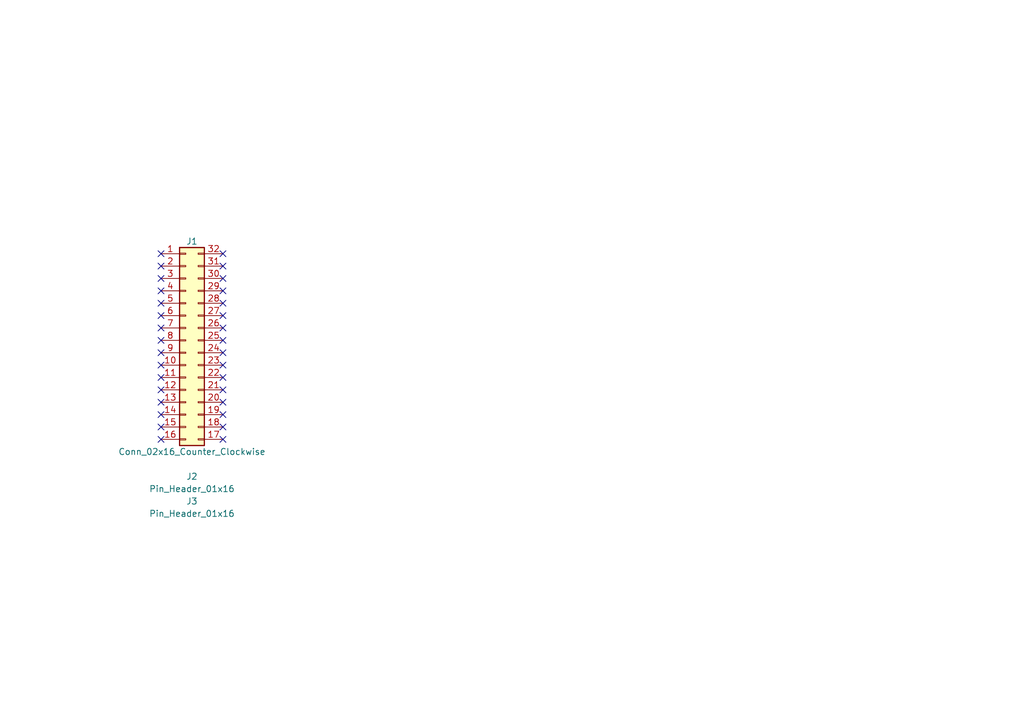
<source format=kicad_sch>
(kicad_sch (version 20250114) (generator "eeschema") (generator_version "9.0")
  (paper "A5")
  (title_block (title "Board 2x16 W15.24mm") (date "2025-09-29") (rev "V0"))
  (lib_symbols
    (symbol "Connector_Generic:Conn_02x16_Counter_Clockwise" (pin_names (offset 1.016) (hide yes))
      (property "Reference" "J" (at 1.27 20.32 0))
      (property "Value" "Conn_02x16_Counter_Clockwise" (at 1.27 -22.86 0))
      (symbol "Conn_02x16_Counter_Clockwise_1_1"
        (rectangle (start -1.27 19.05) (end 3.81 -21.59) (stroke (width 0.254)) (fill (type background)))
        (rectangle (start -1.27 17.907) (end 0 17.653) (stroke (width 0.1524)))
        (rectangle (start -1.27 15.367) (end 0 15.113) (stroke (width 0.1524)))
        (rectangle (start -1.27 12.827) (end 0 12.573) (stroke (width 0.1524)))
        (rectangle (start -1.27 10.287) (end 0 10.033) (stroke (width 0.1524)))
        (rectangle (start -1.27 7.747) (end 0 7.493) (stroke (width 0.1524)))
        (rectangle (start -1.27 5.207) (end 0 4.953) (stroke (width 0.1524)))
        (rectangle (start -1.27 2.667) (end 0 2.413) (stroke (width 0.1524)))
        (rectangle (start -1.27 0.127) (end 0 -0.127) (stroke (width 0.1524)))
        (rectangle (start -1.27 -2.413) (end 0 -2.667) (stroke (width 0.1524)))
        (rectangle (start -1.27 -4.953) (end 0 -5.207) (stroke (width 0.1524)))
        (rectangle (start -1.27 -7.493) (end 0 -7.747) (stroke (width 0.1524)))
        (rectangle (start -1.27 -10.033) (end 0 -10.287) (stroke (width 0.1524)))
        (rectangle (start -1.27 -12.573) (end 0 -12.827) (stroke (width 0.1524)))
        (rectangle (start -1.27 -15.113) (end 0 -15.367) (stroke (width 0.1524)))
        (rectangle (start -1.27 -17.653) (end 0 -17.907) (stroke (width 0.1524)))
        (rectangle (start -1.27 -20.193) (end 0 -20.447) (stroke (width 0.1524)))
        (rectangle (start 3.81 17.907) (end 2.54 17.653) (stroke (width 0.1524)))
        (rectangle (start 3.81 15.367) (end 2.54 15.113) (stroke (width 0.1524)))
        (rectangle (start 3.81 12.827) (end 2.54 12.573) (stroke (width 0.1524)))
        (rectangle (start 3.81 10.287) (end 2.54 10.033) (stroke (width 0.1524)))
        (rectangle (start 3.81 7.747) (end 2.54 7.493) (stroke (width 0.1524)))
        (rectangle (start 3.81 5.207) (end 2.54 4.953) (stroke (width 0.1524)))
        (rectangle (start 3.81 2.667) (end 2.54 2.413) (stroke (width 0.1524)))
        (rectangle (start 3.81 0.127) (end 2.54 -0.127) (stroke (width 0.1524)))
        (rectangle (start 3.81 -2.413) (end 2.54 -2.667) (stroke (width 0.1524)))
        (rectangle (start 3.81 -4.953) (end 2.54 -5.207) (stroke (width 0.1524)))
        (rectangle (start 3.81 -7.493) (end 2.54 -7.747) (stroke (width 0.1524)))
        (rectangle (start 3.81 -10.033) (end 2.54 -10.287) (stroke (width 0.1524)))
        (rectangle (start 3.81 -12.573) (end 2.54 -12.827) (stroke (width 0.1524)))
        (rectangle (start 3.81 -15.113) (end 2.54 -15.367) (stroke (width 0.1524)))
        (rectangle (start 3.81 -17.653) (end 2.54 -17.907) (stroke (width 0.1524)))
        (rectangle (start 3.81 -20.193) (end 2.54 -20.447) (stroke (width 0.1524)))
        (pin passive line (at -5.08 17.78 0) (length 3.81) (name "Pin_1") (number "1"))
        (pin passive line (at -5.08 15.24 0) (length 3.81) (name "Pin_2") (number "2"))
        (pin passive line (at -5.08 12.7 0) (length 3.81) (name "Pin_3") (number "3"))
        (pin passive line (at -5.08 10.16 0) (length 3.81) (name "Pin_4") (number "4"))
        (pin passive line (at -5.08 7.62 0) (length 3.81) (name "Pin_5") (number "5"))
        (pin passive line (at -5.08 5.08 0) (length 3.81) (name "Pin_6") (number "6"))
        (pin passive line (at -5.08 2.54 0) (length 3.81) (name "Pin_7") (number "7"))
        (pin passive line (at -5.08 0 0) (length 3.81) (name "Pin_8") (number "8"))
        (pin passive line (at -5.08 -2.54 0) (length 3.81) (name "Pin_9") (number "9"))
        (pin passive line (at -5.08 -5.08 0) (length 3.81) (name "Pin_10") (number "10"))
        (pin passive line (at -5.08 -7.62 0) (length 3.81) (name "Pin_11") (number "11"))
        (pin passive line (at -5.08 -10.16 0) (length 3.81) (name "Pin_12") (number "12"))
        (pin passive line (at -5.08 -12.7 0) (length 3.81) (name "Pin_13") (number "13"))
        (pin passive line (at -5.08 -15.24 0) (length 3.81) (name "Pin_14") (number "14"))
        (pin passive line (at -5.08 -17.78 0) (length 3.81) (name "Pin_15") (number "15"))
        (pin passive line (at -5.08 -20.32 0) (length 3.81) (name "Pin_16") (number "16"))
        (pin passive line (at 7.62 17.78 180) (length 3.81) (name "Pin_32") (number "32"))
        (pin passive line (at 7.62 15.24 180) (length 3.81) (name "Pin_31") (number "31"))
        (pin passive line (at 7.62 12.7 180) (length 3.81) (name "Pin_30") (number "30"))
        (pin passive line (at 7.62 10.16 180) (length 3.81) (name "Pin_29") (number "29"))
        (pin passive line (at 7.62 7.62 180) (length 3.81) (name "Pin_28") (number "28"))
        (pin passive line (at 7.62 5.08 180) (length 3.81) (name "Pin_27") (number "27"))
        (pin passive line (at 7.62 2.54 180) (length 3.81) (name "Pin_26") (number "26"))
        (pin passive line (at 7.62 0 180) (length 3.81) (name "Pin_25") (number "25"))
        (pin passive line (at 7.62 -2.54 180) (length 3.81) (name "Pin_24") (number "24"))
        (pin passive line (at 7.62 -5.08 180) (length 3.81) (name "Pin_23") (number "23"))
        (pin passive line (at 7.62 -7.62 180) (length 3.81) (name "Pin_22") (number "22"))
        (pin passive line (at 7.62 -10.16 180) (length 3.81) (name "Pin_21") (number "21"))
        (pin passive line (at 7.62 -12.7 180) (length 3.81) (name "Pin_20") (number "20"))
        (pin passive line (at 7.62 -15.24 180) (length 3.81) (name "Pin_19") (number "19"))
        (pin passive line (at 7.62 -17.78 180) (length 3.81) (name "Pin_18") (number "18"))
        (pin passive line (at 7.62 -20.32 180) (length 3.81) (name "Pin_17") (number "17"))
      )
    )
    (symbol "HCP65:Pin_Header_01x32" (pin_names (offset 1.016) (hide yes))
      (property "Reference" "J" (at 0 1.27 0))
      (property "Value" "Pin_Header_01x32" (at 0 -1.27 0))
    )
  )
  (no_connect (at 33.02 52.07))
  (no_connect (at 45.72 72.39))
  (no_connect (at 33.02 82.55))
  (no_connect (at 45.72 57.15))
  (no_connect (at 45.72 54.61))
  (no_connect (at 33.02 87.63))
  (no_connect (at 33.02 64.77))
  (no_connect (at 33.02 72.39))
  (no_connect (at 33.02 74.93))
  (no_connect (at 33.02 62.23))
  (no_connect (at 45.72 74.93))
  (no_connect (at 33.02 80.01))
  (no_connect (at 33.02 67.31))
  (no_connect (at 45.72 69.85))
  (no_connect (at 45.72 62.23))
  (no_connect (at 33.02 90.17))
  (no_connect (at 33.02 57.15))
  (no_connect (at 33.02 54.61))
  (no_connect (at 45.72 80.01))
  (no_connect (at 33.02 77.47))
  (no_connect (at 45.72 82.55))
  (no_connect (at 45.72 52.07))
  (no_connect (at 45.72 90.17))
  (no_connect (at 33.02 85.09))
  (no_connect (at 33.02 69.85))
  (no_connect (at 45.72 67.31))
  (no_connect (at 45.72 85.09))
  (no_connect (at 33.02 59.69))
  (no_connect (at 45.72 77.47))
  (no_connect (at 45.72 64.77))
  (no_connect (at 45.72 59.69))
  (no_connect (at 45.72 87.63))
  (symbol (lib_id "HCP65:Pin_Header_01x32") (at 39.37 99.06 0) (mirror y) (unit 1)
    (property "Reference" "J2" (at 39.37 97.79 0))
    (property "Value" "Pin_Header_01x16" (at 39.37 100.33 0))
    (property "Footprint" "SamacSys_Parts:PinHeader_1x16_P2.54mm_Vertical" (effects (hide yes)))
  )
  (symbol (lib_id "Connector_Generic:Conn_02x16_Counter_Clockwise") (at 38.1 69.85 0) (unit 1)
    (property "Reference" "J1" (at 39.37 49.53 0))
    (property "Value" "Conn_02x16_Counter_Clockwise" (at 39.37 92.71 0))
    (property "Description" "Generic connector, double row, 02x16, counter clockwise pin numbering scheme (similar to DIP package numbering), script generated (kicad-library-utils/schlib/autogen/connector/)" (effects (hide yes)))
  )
  (symbol (lib_id "HCP65:Pin_Header_01x32") (at 39.37 104.14 0) (unit 1)
    (property "Reference" "J3" (at 39.37 102.87 0))
    (property "Value" "Pin_Header_01x16" (at 39.37 105.41 0))
    (property "Footprint" "SamacSys_Parts:PinHeader_1x16_P2.54mm_Vertical" (effects (hide yes)))
  )
)
</source>
